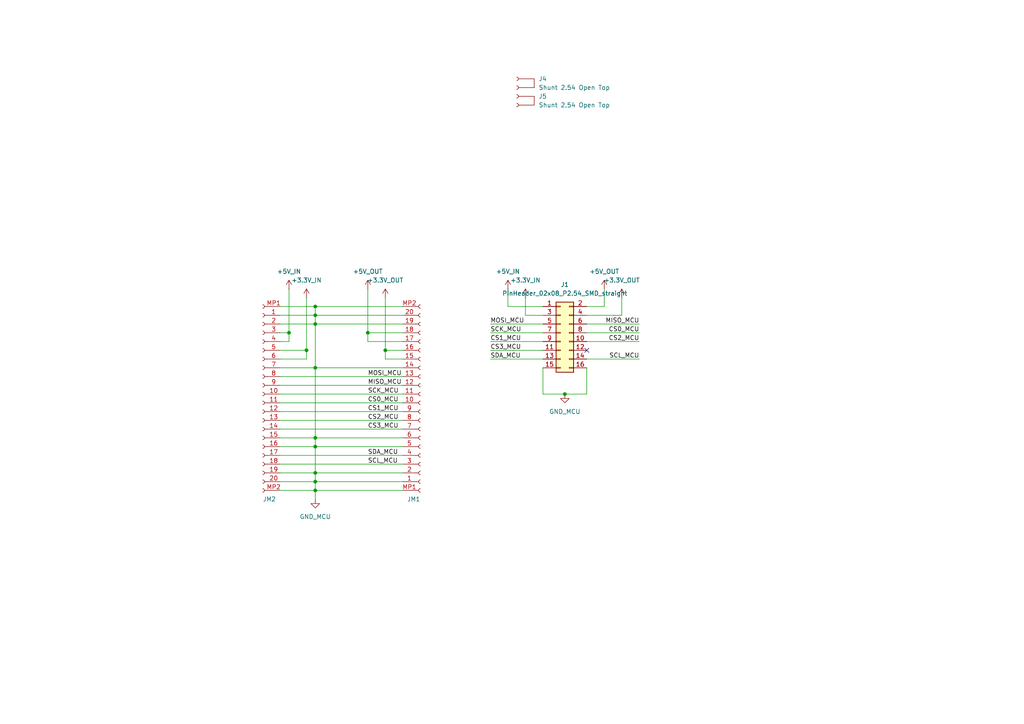
<source format=kicad_sch>
(kicad_sch (version 20250114) (generator "eeschema") (generator_version "9.0")
  (paper "A4")
  (lib_symbols
    (symbol "kicad_inventree_lib:AFA07-S20FCC-00" (pin_names (offset 1.016) (hide yes))
      (property "Reference" "J" (at 0 15.24 0))
      (property "Value" "AFA07-S20FCC-00" (at -1.016 -48.768 0))
      (symbol "AFA07-S20FCC-00_1_1"
        (polyline (pts (xy -1.27 12.7) (xy -0.508 12.7)) (stroke (width 0.1524)))
        (polyline (pts (xy -1.27 10.16) (xy -0.508 10.16)) (stroke (width 0.1524)))
        (polyline (pts (xy -1.27 7.62) (xy -0.508 7.62)) (stroke (width 0.1524)))
        (polyline (pts (xy -1.27 5.08) (xy -0.508 5.08)) (stroke (width 0.1524)))
        (polyline (pts (xy -1.27 2.54) (xy -0.508 2.54)) (stroke (width 0.1524)))
        (polyline (pts (xy -1.27 0) (xy -0.508 0)) (stroke (width 0.1524)))
        (polyline (pts (xy -1.27 -2.54) (xy -0.508 -2.54)) (stroke (width 0.1524)))
        (polyline (pts (xy -1.27 -5.08) (xy -0.508 -5.08)) (stroke (width 0.1524)))
        (polyline (pts (xy -1.27 -7.62) (xy -0.508 -7.62)) (stroke (width 0.1524)))
        (polyline (pts (xy -1.27 -10.16) (xy -0.508 -10.16)) (stroke (width 0.1524)))
        (polyline (pts (xy -1.27 -12.7) (xy -0.508 -12.7)) (stroke (width 0.1524)))
        (polyline (pts (xy -1.27 -15.24) (xy -0.508 -15.24)) (stroke (width 0.1524)))
        (polyline (pts (xy -1.27 -17.78) (xy -0.508 -17.78)) (stroke (width 0.1524)))
        (polyline (pts (xy -1.27 -20.32) (xy -0.508 -20.32)) (stroke (width 0.1524)))
        (polyline (pts (xy -1.27 -22.86) (xy -0.508 -22.86)) (stroke (width 0.1524)))
        (polyline (pts (xy -1.27 -25.4) (xy -0.508 -25.4)) (stroke (width 0.1524)))
        (polyline (pts (xy -1.27 -27.94) (xy -0.508 -27.94)) (stroke (width 0.1524)))
        (polyline (pts (xy -1.27 -30.48) (xy -0.508 -30.48)) (stroke (width 0.1524)))
        (polyline (pts (xy -1.27 -33.02) (xy -0.508 -33.02)) (stroke (width 0.1524)))
        (polyline (pts (xy -1.27 -35.56) (xy -0.508 -35.56)) (stroke (width 0.1524)))
        (polyline (pts (xy -1.27 -38.1) (xy -0.508 -38.1)) (stroke (width 0.1524)))
        (polyline (pts (xy -1.27 -40.64) (xy -0.508 -40.64)) (stroke (width 0.1524)))
        (arc (start 0 12.192) (mid -0.5058 12.7) (end 0 13.208) (stroke (width 0.1524)))
        (arc (start 0 9.652) (mid -0.5058 10.16) (end 0 10.668) (stroke (width 0.1524)))
        (arc (start 0 7.112) (mid -0.5058 7.62) (end 0 8.128) (stroke (width 0.1524)))
        (arc (start 0 4.572) (mid -0.5058 5.08) (end 0 5.588) (stroke (width 0.1524)))
        (arc (start 0 2.032) (mid -0.5058 2.54) (end 0 3.048) (stroke (width 0.1524)))
        (arc (start 0 -0.508) (mid -0.5058 0) (end 0 0.508) (stroke (width 0.1524)))
        (arc (start 0 -3.048) (mid -0.5058 -2.54) (end 0 -2.032) (stroke (width 0.1524)))
        (arc (start 0 -5.588) (mid -0.5058 -5.08) (end 0 -4.572) (stroke (width 0.1524)))
        (arc (start 0 -8.128) (mid -0.5058 -7.62) (end 0 -7.112) (stroke (width 0.1524)))
        (arc (start 0 -10.668) (mid -0.5058 -10.16) (end 0 -9.652) (stroke (width 0.1524)))
        (arc (start 0 -13.208) (mid -0.5058 -12.7) (end 0 -12.192) (stroke (width 0.1524)))
        (arc (start 0 -15.748) (mid -0.5058 -15.24) (end 0 -14.732) (stroke (width 0.1524)))
        (arc (start 0 -18.288) (mid -0.5058 -17.78) (end 0 -17.272) (stroke (width 0.1524)))
        (arc (start 0 -20.828) (mid -0.5058 -20.32) (end 0 -19.812) (stroke (width 0.1524)))
        (arc (start 0 -23.368) (mid -0.5058 -22.86) (end 0 -22.352) (stroke (width 0.1524)))
        (arc (start 0 -25.908) (mid -0.5058 -25.4) (end 0 -24.892) (stroke (width 0.1524)))
        (arc (start 0 -28.448) (mid -0.5058 -27.94) (end 0 -27.432) (stroke (width 0.1524)))
        (arc (start 0 -30.988) (mid -0.5058 -30.48) (end 0 -29.972) (stroke (width 0.1524)))
        (arc (start 0 -33.528) (mid -0.5058 -33.02) (end 0 -32.512) (stroke (width 0.1524)))
        (arc (start 0 -36.068) (mid -0.5058 -35.56) (end 0 -35.052) (stroke (width 0.1524)))
        (arc (start 0 -38.608) (mid -0.5058 -38.1) (end 0 -37.592) (stroke (width 0.1524)))
        (arc (start 0 -41.148) (mid -0.5058 -40.64) (end 0 -40.132) (stroke (width 0.1524)))
        (pin passive line (at -5.08 12.7 0) (length 3.81) (name "Pin_11") (number "MP1"))
        (pin passive line (at -5.08 10.16 0) (length 3.81) (name "Pin_1") (number "1"))
        (pin passive line (at -5.08 7.62 0) (length 3.81) (name "Pin_2") (number "2"))
        (pin passive line (at -5.08 5.08 0) (length 3.81) (name "Pin_3") (number "3"))
        (pin passive line (at -5.08 2.54 0) (length 3.81) (name "Pin_4") (number "4"))
        (pin passive line (at -5.08 0 0) (length 3.81) (name "Pin_5") (number "5"))
        (pin passive line (at -5.08 -2.54 0) (length 3.81) (name "Pin_6") (number "6"))
        (pin passive line (at -5.08 -5.08 0) (length 3.81) (name "Pin_7") (number "7"))
        (pin passive line (at -5.08 -7.62 0) (length 3.81) (name "Pin_8") (number "8"))
        (pin passive line (at -5.08 -10.16 0) (length 3.81) (name "Pin_9") (number "9"))
        (pin passive line (at -5.08 -12.7 0) (length 3.81) (name "Pin_10") (number "10"))
        (pin passive line (at -5.08 -15.24 0) (length 3.81) (name "Pin_11") (number "11"))
        (pin passive line (at -5.08 -17.78 0) (length 3.81) (name "Pin_11") (number "12"))
        (pin passive line (at -5.08 -20.32 0) (length 3.81) (name "Pin_11") (number "13"))
        (pin passive line (at -5.08 -22.86 0) (length 3.81) (name "Pin_11") (number "14"))
        (pin passive line (at -5.08 -25.4 0) (length 3.81) (name "Pin_11") (number "15"))
        (pin passive line (at -5.08 -27.94 0) (length 3.81) (name "Pin_11") (number "16"))
        (pin passive line (at -5.08 -30.48 0) (length 3.81) (name "Pin_11") (number "17"))
        (pin passive line (at -5.08 -33.02 0) (length 3.81) (name "Pin_11") (number "18"))
        (pin passive line (at -5.08 -35.56 0) (length 3.81) (name "Pin_11") (number "19"))
        (pin passive line (at -5.08 -38.1 0) (length 3.81) (name "Pin_11") (number "20"))
        (pin passive line (at -5.08 -40.64 0) (length 3.81) (name "Pin_11") (number "MP2"))
      )
    )
    (symbol "kicad_inventree_lib:PinHeader_02x08_P2.54_SMD_straight" (pin_names (offset 1.016) (hide yes))
      (property "Reference" "J" (at 1.27 10.16 0))
      (property "Value" "PinHeader_02x08_P2.54_SMD_straight" (at 1.27 -12.7 0))
      (symbol "PinHeader_02x08_P2.54_SMD_straight_1_1"
        (rectangle (start -1.27 8.89) (end 3.81 -11.43) (stroke (width 0.254)) (fill (type background)))
        (rectangle (start -1.27 7.747) (end 0 7.493) (stroke (width 0.1524)))
        (rectangle (start -1.27 5.207) (end 0 4.953) (stroke (width 0.1524)))
        (rectangle (start -1.27 2.667) (end 0 2.413) (stroke (width 0.1524)))
        (rectangle (start -1.27 0.127) (end 0 -0.127) (stroke (width 0.1524)))
        (rectangle (start -1.27 -2.413) (end 0 -2.667) (stroke (width 0.1524)))
        (rectangle (start -1.27 -4.953) (end 0 -5.207) (stroke (width 0.1524)))
        (rectangle (start -1.27 -7.493) (end 0 -7.747) (stroke (width 0.1524)))
        (rectangle (start -1.27 -10.033) (end 0 -10.287) (stroke (width 0.1524)))
        (rectangle (start 3.81 7.747) (end 2.54 7.493) (stroke (width 0.1524)))
        (rectangle (start 3.81 5.207) (end 2.54 4.953) (stroke (width 0.1524)))
        (rectangle (start 3.81 2.667) (end 2.54 2.413) (stroke (width 0.1524)))
        (rectangle (start 3.81 0.127) (end 2.54 -0.127) (stroke (width 0.1524)))
        (rectangle (start 3.81 -2.413) (end 2.54 -2.667) (stroke (width 0.1524)))
        (rectangle (start 3.81 -4.953) (end 2.54 -5.207) (stroke (width 0.1524)))
        (rectangle (start 3.81 -7.493) (end 2.54 -7.747) (stroke (width 0.1524)))
        (rectangle (start 3.81 -10.033) (end 2.54 -10.287) (stroke (width 0.1524)))
        (pin passive line (at -5.08 7.62 0) (length 3.81) (name "Pin_1") (number "1"))
        (pin passive line (at -5.08 5.08 0) (length 3.81) (name "Pin_3") (number "3"))
        (pin passive line (at -5.08 2.54 0) (length 3.81) (name "Pin_5") (number "5"))
        (pin passive line (at -5.08 0 0) (length 3.81) (name "Pin_7") (number "7"))
        (pin passive line (at -5.08 -2.54 0) (length 3.81) (name "Pin_9") (number "9"))
        (pin passive line (at -5.08 -5.08 0) (length 3.81) (name "Pin_11") (number "11"))
        (pin passive line (at -5.08 -7.62 0) (length 3.81) (name "Pin_13") (number "13"))
        (pin passive line (at -5.08 -10.16 0) (length 3.81) (name "Pin_15") (number "15"))
        (pin passive line (at 7.62 7.62 180) (length 3.81) (name "Pin_2") (number "2"))
        (pin passive line (at 7.62 5.08 180) (length 3.81) (name "Pin_4") (number "4"))
        (pin passive line (at 7.62 2.54 180) (length 3.81) (name "Pin_6") (number "6"))
        (pin passive line (at 7.62 0 180) (length 3.81) (name "Pin_8") (number "8"))
        (pin passive line (at 7.62 -2.54 180) (length 3.81) (name "Pin_10") (number "10"))
        (pin passive line (at 7.62 -5.08 180) (length 3.81) (name "Pin_12") (number "12"))
        (pin passive line (at 7.62 -7.62 180) (length 3.81) (name "Pin_14") (number "14"))
        (pin passive line (at 7.62 -10.16 180) (length 3.81) (name "Pin_16") (number "16"))
      )
    )
    (symbol "kicad_inventree_lib:Shunt 2.54 Open Top" (on_board no)
      (property "Reference" "J" (at 0 0 0))
      (property "Value" "Shunt 2.54 Open Top" (at 0 0 0))
      (symbol "Shunt 2.54 Open Top_0_1"
        (polyline (pts (xy -0.508 -2.54) (xy -5.08 -2.54) (xy -5.08 -5.08) (xy -0.508 -5.08)))
      )
      (symbol "Shunt 2.54 Open Top_1_1"
        (arc (start -0.0022 -5.588) (mid -0.508 -5.08) (end -0.0022 -4.572) (stroke (width 0.1524)))
        (arc (start 0 -3.048) (mid -0.5058 -2.54) (end 0 -2.032) (stroke (width 0.1524)))
      )
    )
    (symbol "power:+5V" (power) (pin_numbers (hide yes)) (pin_names (offset 0) (hide yes))
      (property "Value" "+5V" (at 0 3.556 0))
      (symbol "+5V_0_1"
        (polyline (pts (xy -0.762 1.27) (xy 0 2.54)))
        (polyline (pts (xy 0 2.54) (xy 0.762 1.27)))
        (polyline (pts (xy 0 0) (xy 0 2.54)))
      )
      (symbol "+5V_1_1"
        (pin power_in line (at 0 0 90) (length 0) (name "~") (number "1"))
      )
    )
    (symbol "power:GND" (power) (pin_numbers (hide yes)) (pin_names (offset 0) (hide yes))
      (property "Value" "GND" (at 0 -3.81 0))
      (symbol "GND_0_1"
        (polyline (pts (xy 0 0) (xy 0 -1.27) (xy 1.27 -1.27) (xy 0 -2.54) (xy -1.27 -1.27) (xy 0 -1.27)))
      )
      (symbol "GND_1_1"
        (pin power_in line (at 0 0 270) (length 0) (name "~") (number "1"))
      )
    )
  )
  (junction (at 91.44 139.7))
  (junction (at 91.44 106.68))
  (junction (at 91.44 127))
  (junction (at 91.44 91.44))
  (junction (at 91.44 88.9))
  (junction (at 106.68 96.52))
  (junction (at 83.82 96.52))
  (junction (at 163.83 114.3))
  (junction (at 91.44 129.54))
  (junction (at 91.44 142.24))
  (junction (at 111.76 101.6))
  (junction (at 91.44 137.16))
  (junction (at 88.9 101.6))
  (junction (at 91.44 93.98))
  (no_connect (at 170.18 101.6))
  (wire (pts (xy 152.4 86.36) (xy 152.4 91.44)))
  (wire (pts (xy 91.44 142.24) (xy 116.84 142.24)))
  (wire (pts (xy 81.28 109.22) (xy 116.84 109.22)))
  (wire (pts (xy 175.26 83.82) (xy 175.26 88.9)))
  (wire (pts (xy 157.48 114.3) (xy 163.83 114.3)))
  (wire (pts (xy 111.76 101.6) (xy 116.84 101.6)))
  (wire (pts (xy 106.68 83.82) (xy 106.68 96.52)))
  (wire (pts (xy 147.32 83.82) (xy 147.32 88.9)))
  (wire (pts (xy 81.28 142.24) (xy 91.44 142.24)))
  (wire (pts (xy 180.34 91.44) (xy 170.18 91.44)))
  (wire (pts (xy 81.28 137.16) (xy 91.44 137.16)))
  (wire (pts (xy 81.28 93.98) (xy 91.44 93.98)))
  (wire (pts (xy 142.24 96.52) (xy 157.48 96.52)))
  (wire (pts (xy 88.9 101.6) (xy 88.9 104.14)))
  (wire (pts (xy 170.18 114.3) (xy 163.83 114.3)))
  (wire (pts (xy 142.24 99.06) (xy 157.48 99.06)))
  (wire (pts (xy 106.68 96.52) (xy 116.84 96.52)))
  (wire (pts (xy 142.24 104.14) (xy 157.48 104.14)))
  (wire (pts (xy 81.28 134.62) (xy 116.84 134.62)))
  (wire (pts (xy 81.28 119.38) (xy 116.84 119.38)))
  (wire (pts (xy 81.28 129.54) (xy 91.44 129.54)))
  (wire (pts (xy 81.28 91.44) (xy 91.44 91.44)))
  (wire (pts (xy 91.44 142.24) (xy 91.44 144.78)))
  (wire (pts (xy 91.44 91.44) (xy 91.44 93.98)))
  (wire (pts (xy 81.28 132.08) (xy 116.84 132.08)))
  (wire (pts (xy 91.44 88.9) (xy 91.44 91.44)))
  (wire (pts (xy 81.28 139.7) (xy 91.44 139.7)))
  (wire (pts (xy 81.28 99.06) (xy 83.82 99.06)))
  (wire (pts (xy 91.44 137.16) (xy 91.44 139.7)))
  (wire (pts (xy 170.18 104.14) (xy 185.42 104.14)))
  (wire (pts (xy 81.28 96.52) (xy 83.82 96.52)))
  (wire (pts (xy 157.48 114.3) (xy 157.48 106.68)))
  (wire (pts (xy 111.76 86.36) (xy 111.76 101.6)))
  (wire (pts (xy 91.44 106.68) (xy 116.84 106.68)))
  (wire (pts (xy 83.82 83.82) (xy 83.82 96.52)))
  (wire (pts (xy 81.28 88.9) (xy 91.44 88.9)))
  (wire (pts (xy 91.44 106.68) (xy 91.44 127)))
  (wire (pts (xy 91.44 129.54) (xy 91.44 137.16)))
  (wire (pts (xy 116.84 104.14) (xy 111.76 104.14)))
  (wire (pts (xy 116.84 99.06) (xy 106.68 99.06)))
  (wire (pts (xy 142.24 101.6) (xy 157.48 101.6)))
  (wire (pts (xy 81.28 124.46) (xy 116.84 124.46)))
  (wire (pts (xy 91.44 127) (xy 116.84 127)))
  (wire (pts (xy 81.28 127) (xy 91.44 127)))
  (wire (pts (xy 91.44 93.98) (xy 91.44 106.68)))
  (wire (pts (xy 170.18 99.06) (xy 185.42 99.06)))
  (wire (pts (xy 180.34 86.36) (xy 180.34 91.44)))
  (wire (pts (xy 81.28 121.92) (xy 116.84 121.92)))
  (wire (pts (xy 81.28 116.84) (xy 116.84 116.84)))
  (wire (pts (xy 81.28 104.14) (xy 88.9 104.14)))
  (wire (pts (xy 175.26 88.9) (xy 170.18 88.9)))
  (wire (pts (xy 81.28 111.76) (xy 116.84 111.76)))
  (wire (pts (xy 91.44 93.98) (xy 116.84 93.98)))
  (wire (pts (xy 147.32 88.9) (xy 157.48 88.9)))
  (wire (pts (xy 91.44 139.7) (xy 116.84 139.7)))
  (wire (pts (xy 152.4 91.44) (xy 157.48 91.44)))
  (wire (pts (xy 81.28 114.3) (xy 116.84 114.3)))
  (wire (pts (xy 170.18 106.68) (xy 170.18 114.3)))
  (wire (pts (xy 88.9 86.36) (xy 88.9 101.6)))
  (wire (pts (xy 81.28 106.68) (xy 91.44 106.68)))
  (wire (pts (xy 91.44 137.16) (xy 116.84 137.16)))
  (wire (pts (xy 91.44 88.9) (xy 116.84 88.9)))
  (wire (pts (xy 170.18 96.52) (xy 185.42 96.52)))
  (wire (pts (xy 91.44 127) (xy 91.44 129.54)))
  (wire (pts (xy 111.76 104.14) (xy 111.76 101.6)))
  (wire (pts (xy 83.82 96.52) (xy 83.82 99.06)))
  (wire (pts (xy 91.44 129.54) (xy 116.84 129.54)))
  (wire (pts (xy 142.24 93.98) (xy 157.48 93.98)))
  (wire (pts (xy 106.68 99.06) (xy 106.68 96.52)))
  (wire (pts (xy 91.44 139.7) (xy 91.44 142.24)))
  (wire (pts (xy 170.18 93.98) (xy 185.42 93.98)))
  (wire (pts (xy 91.44 91.44) (xy 116.84 91.44)))
  (wire (pts (xy 81.28 101.6) (xy 88.9 101.6)))
  (label "SCK_MCU" (at 106.68 114.3 0))
  (label "CS0_MCU" (at 185.42 96.52 180))
  (label "CS3_MCU" (at 142.24 101.6 0))
  (label "MISO_MCU" (at 185.42 93.98 180))
  (label "MOSI_MCU" (at 142.24 93.98 0))
  (label "CS2_MCU" (at 106.68 121.92 0))
  (label "CS1_MCU" (at 106.68 119.38 0))
  (label "CS2_MCU" (at 185.42 99.06 180))
  (label "SCL_MCU" (at 185.42 104.14 180))
  (label "CS3_MCU" (at 106.68 124.46 0))
  (label "SCK_MCU" (at 142.24 96.52 0))
  (label "CS1_MCU" (at 142.24 99.06 0))
  (label "SCL_MCU" (at 106.68 134.62 0))
  (label "MISO_MCU" (at 106.68 111.76 0))
  (label "SDA_MCU" (at 106.68 132.08 0))
  (label "CS0_MCU" (at 106.68 116.84 0))
  (label "SDA_MCU" (at 142.24 104.14 0))
  (label "MOSI_MCU" (at 106.68 109.22 0))
  (symbol (lib_id "kicad_inventree_lib:Shunt 2.54 Open Top") (at 149.86 20.32 0) (mirror y) (unit 1) (on_board no)
    (property "Reference" "J4" (at 156.21 22.8599 0) (effects (justify right)))
    (property "Value" "Shunt 2.54 Open Top" (at 156.21 25.3999 0) (effects (justify right)))
    (property "Datasheet" "http://inventree.network/part/25/" (effects (hide yes)))
    (property "part_ipn" "Shunt 2.54 Open Top" (effects (hide yes)))
  )
  (symbol (lib_id "power:+5V") (at 88.9 86.36 0) (unit 1)
    (property "Reference" "#PWR02" (effects (hide yes)))
    (property "Value" "+3.3V_IN" (at 88.9 81.28 0))
    (property "Description" "Power symbol creates a global label with name \"+5V\"" (effects (hide yes)))
  )
  (symbol (lib_id "power:+5V") (at 111.76 86.36 0) (unit 1)
    (property "Reference" "#PWR05" (effects (hide yes)))
    (property "Value" "+3.3V_OUT" (at 111.76 81.28 0))
    (property "Description" "Power symbol creates a global label with name \"+5V\"" (effects (hide yes)))
  )
  (symbol (lib_id "power:+5V") (at 106.68 83.82 0) (unit 1)
    (property "Reference" "#PWR04" (effects (hide yes)))
    (property "Value" "+5V_OUT" (at 106.68 78.74 0))
    (property "Description" "Power symbol creates a global label with name \"+5V\"" (effects (hide yes)))
  )
  (symbol (lib_id "power:+5V") (at 83.82 83.82 0) (unit 1)
    (property "Reference" "#PWR01" (effects (hide yes)))
    (property "Value" "+5V_IN" (at 83.82 78.74 0))
    (property "Description" "Power symbol creates a global label with name \"+5V\"" (effects (hide yes)))
  )
  (symbol (lib_id "power:+5V") (at 147.32 83.82 0) (unit 1)
    (property "Reference" "#PWR06" (effects (hide yes)))
    (property "Value" "+5V_IN" (at 147.32 78.74 0))
    (property "Description" "Power symbol creates a global label with name \"+5V\"" (effects (hide yes)))
  )
  (symbol (lib_id "power:GND") (at 91.44 144.78 0) (unit 1)
    (property "Reference" "#PWR03" (effects (hide yes)))
    (property "Value" "GND_MCU" (at 91.44 149.86 0))
    (property "Description" "Power symbol creates a global label with name \"GND\" , ground" (effects (hide yes)))
  )
  (symbol (lib_id "kicad_inventree_lib:PinHeader_02x08_P2.54_SMD_straight") (at 162.56 96.52 0) (unit 1)
    (property "Reference" "J1" (at 163.83 82.55 0))
    (property "Value" "PinHeader_02x08_P2.54_SMD_straight" (at 163.83 85.09 0))
    (property "Footprint" "Connector_PinHeader_2.54mm:PinHeader_2x08_P2.54mm_Vertical_SMD" (effects (hide yes)))
    (property "Description" "Generic connector, double row, 02x08, odd/even pin numbering scheme (row 1 odd numbers, row 2 even numbers), script generated (kicad-library-utils/schlib/autogen/connector/)" (effects (hide yes)))
  )
  (symbol (lib_id "power:+5V") (at 152.4 86.36 0) (unit 1)
    (property "Reference" "#PWR07" (effects (hide yes)))
    (property "Value" "+3.3V_IN" (at 152.4 81.28 0))
    (property "Description" "Power symbol creates a global label with name \"+5V\"" (effects (hide yes)))
  )
  (symbol (lib_id "kicad_inventree_lib:AFA07-S20FCC-00") (at 76.2 101.6 0) (mirror y) (unit 1)
    (property "Reference" "JM2" (at 76.2 144.78 0) (effects (justify right)))
    (property "Value" "AFA07-S20FCC-00" (effects (hide yes)))
    (property "Footprint" "kicad_inventree_lib:AFA07S20FCA00" (effects (hide yes)))
    (property "Description" "Slide Lock 20P Bottom Contact Surface Mount, Right Angle 1mm SMD,P=1mm,Surface Mount，Right Angle FFC, FPC (Flat Flexible) Connector Assemblies ROHS" (effects (hide yes)))
    (property "part_ipn" "AFA07-S20FCC-00" (effects (hide yes)))
  )
  (symbol (lib_id "power:+5V") (at 180.34 86.36 0) (unit 1)
    (property "Reference" "#PWR09" (effects (hide yes)))
    (property "Value" "+3.3V_OUT" (at 180.34 81.28 0))
    (property "Description" "Power symbol creates a global label with name \"+5V\"" (effects (hide yes)))
  )
  (symbol (lib_id "power:GND") (at 163.83 114.3 0) (unit 1)
    (property "Reference" "#PWR010" (effects (hide yes)))
    (property "Value" "GND_MCU" (at 163.83 119.38 0))
    (property "Description" "Power symbol creates a global label with name \"GND\" , ground" (effects (hide yes)))
  )
  (symbol (lib_id "kicad_inventree_lib:AFA07-S20FCC-00") (at 121.92 129.54 0) (mirror x) (unit 1)
    (property "Reference" "JM1" (at 121.92 144.78 0) (effects (justify right)))
    (property "Value" "AFA07-S20FCC-00" (effects (hide yes)))
    (property "Footprint" "kicad_inventree_lib:AFA07S20FCA00" (effects (hide yes)))
    (property "Description" "Slide Lock 20P Bottom Contact Surface Mount, Right Angle 1mm SMD,P=1mm,Surface Mount，Right Angle FFC, FPC (Flat Flexible) Connector Assemblies ROHS" (effects (hide yes)))
    (property "part_ipn" "AFA07-S20FCC-00" (effects (hide yes)))
  )
  (symbol (lib_id "power:+5V") (at 175.26 83.82 0) (unit 1)
    (property "Reference" "#PWR08" (effects (hide yes)))
    (property "Value" "+5V_OUT" (at 175.26 78.74 0))
    (property "Description" "Power symbol creates a global label with name \"+5V\"" (effects (hide yes)))
  )
  (symbol (lib_id "kicad_inventree_lib:Shunt 2.54 Open Top") (at 149.86 25.4 0) (mirror y) (unit 1) (on_board no)
    (property "Reference" "J5" (at 156.21 27.9399 0) (effects (justify right)))
    (property "Value" "Shunt 2.54 Open Top" (at 156.21 30.4799 0) (effects (justify right)))
    (property "Datasheet" "http://inventree.network/part/25/" (effects (hide yes)))
    (property "part_ipn" "Shunt 2.54 Open Top" (effects (hide yes)))
  )
)
</source>
